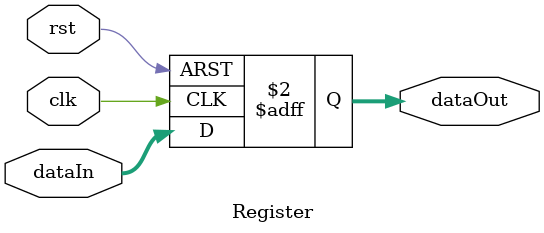
<source format=sv>
module Register (input logic clk, rst,
					  input logic [31:0] dataIn,
					  output logic [31:0] dataOut);

	always @(posedge clk, posedge rst)
		begin
			if (rst)
				dataOut = 32'd0;
			else
				dataOut = dataIn;
		end

			
					  
endmodule 
</source>
